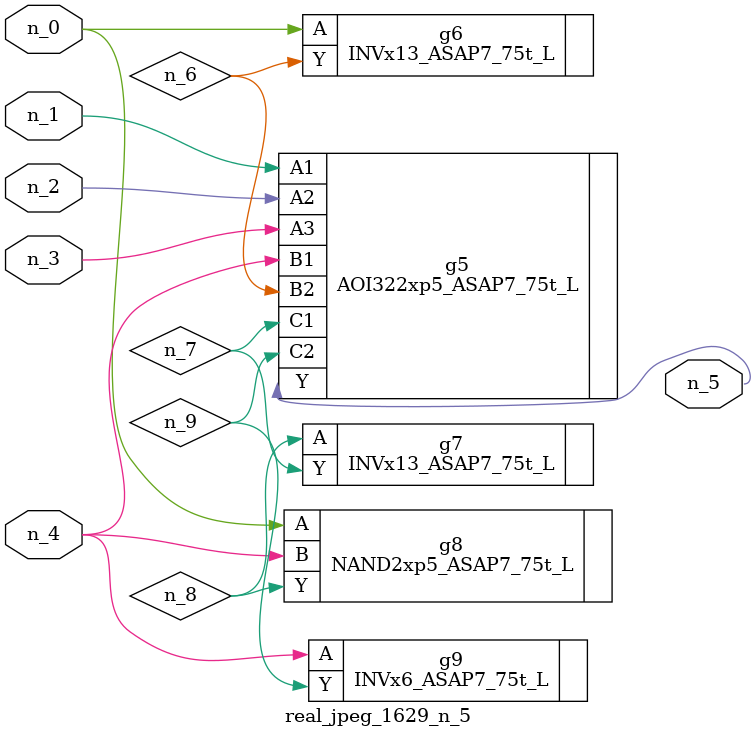
<source format=v>
module real_jpeg_1629_n_5 (n_4, n_0, n_1, n_2, n_3, n_5);

input n_4;
input n_0;
input n_1;
input n_2;
input n_3;

output n_5;

wire n_8;
wire n_6;
wire n_7;
wire n_9;

INVx13_ASAP7_75t_L g6 ( 
.A(n_0),
.Y(n_6)
);

NAND2xp5_ASAP7_75t_L g8 ( 
.A(n_0),
.B(n_4),
.Y(n_8)
);

AOI322xp5_ASAP7_75t_L g5 ( 
.A1(n_1),
.A2(n_2),
.A3(n_3),
.B1(n_4),
.B2(n_6),
.C1(n_7),
.C2(n_9),
.Y(n_5)
);

INVx6_ASAP7_75t_L g9 ( 
.A(n_4),
.Y(n_9)
);

INVx13_ASAP7_75t_L g7 ( 
.A(n_8),
.Y(n_7)
);


endmodule
</source>
